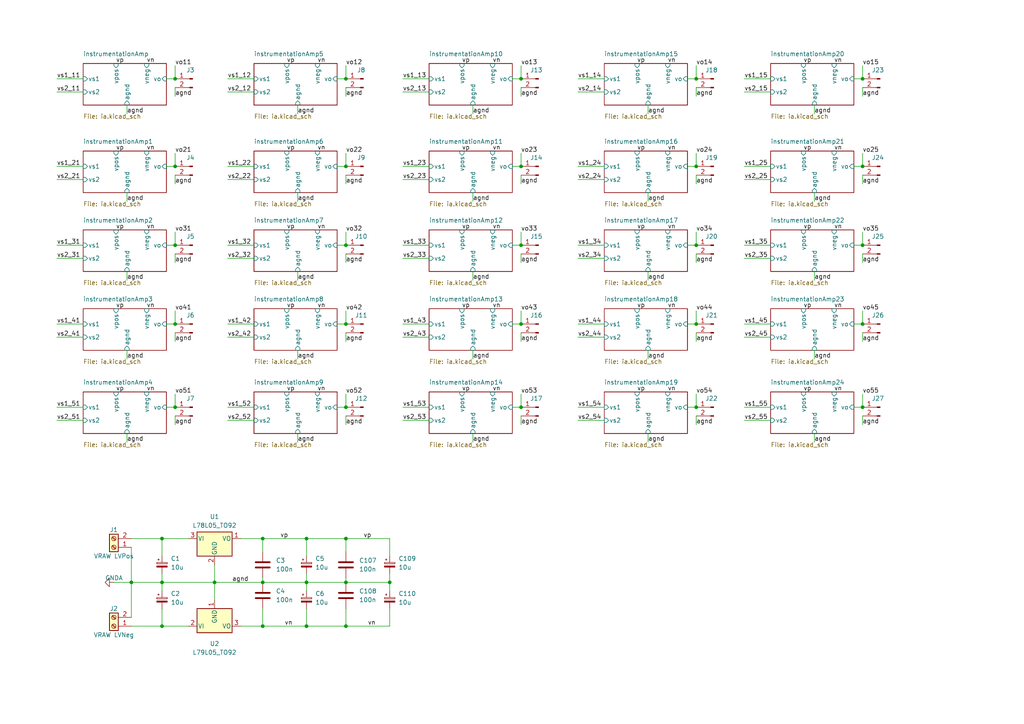
<source format=kicad_sch>
(kicad_sch (version 20250114) (generator "eeschema") (generator_version "9.0")
  (paper "A4")
  (lib_symbols
    (symbol "Connector:Conn_01x02_Pin" (pin_names (offset 1.016) (hide yes))
      (property "Reference" "J" (at 0 2.54 0))
      (property "Value" "Conn_01x02_Pin" (at 0 -5.08 0))
      (symbol "Conn_01x02_Pin_1_1"
        (rectangle (start 0.8636 0.127) (end 0 -0.127) (stroke (width 0.1524)) (fill (type outline)))
        (rectangle (start 0.8636 -2.413) (end 0 -2.667) (stroke (width 0.1524)) (fill (type outline)))
        (polyline (pts (xy 1.27 0) (xy 0.8636 0)) (stroke (width 0.1524)))
        (polyline (pts (xy 1.27 -2.54) (xy 0.8636 -2.54)) (stroke (width 0.1524)))
        (pin passive line (at 5.08 0 180) (length 3.81) (name "Pin_1") (number "1"))
        (pin passive line (at 5.08 -2.54 180) (length 3.81) (name "Pin_2") (number "2"))
      )
    )
    (symbol "Connector:Screw_Terminal_01x02" (pin_names (offset 1.016) (hide yes))
      (property "Reference" "J" (at 0 2.54 0))
      (property "Value" "Screw_Terminal_01x02" (at 0 -5.08 0))
      (symbol "Screw_Terminal_01x02_1_1"
        (rectangle (start -1.27 1.27) (end 1.27 -3.81) (stroke (width 0.254)) (fill (type background)))
        (polyline (pts (xy -0.5334 0.3302) (xy 0.3302 -0.508)) (stroke (width 0.1524)))
        (polyline (pts (xy -0.5334 -2.2098) (xy 0.3302 -3.048)) (stroke (width 0.1524)))
        (polyline (pts (xy -0.3556 0.508) (xy 0.508 -0.3302)) (stroke (width 0.1524)))
        (polyline (pts (xy -0.3556 -2.032) (xy 0.508 -2.8702)) (stroke (width 0.1524)))
        (circle (center 0 0) (radius 0.635) (stroke (width 0.1524)))
        (circle (center 0 -2.54) (radius 0.635) (stroke (width 0.1524)))
        (pin passive line (at -5.08 0 0) (length 3.81) (name "Pin_1") (number "1"))
        (pin passive line (at -5.08 -2.54 0) (length 3.81) (name "Pin_2") (number "2"))
      )
    )
    (symbol "Device:C" (pin_numbers (hide yes)) (pin_names (offset 0.254))
      (property "Reference" "C" (at 0.635 2.54 0))
      (property "Value" "C" (at 0.635 -2.54 0))
      (symbol "C_0_1"
        (polyline (pts (xy -2.032 0.762) (xy 2.032 0.762)) (stroke (width 0.508)))
        (polyline (pts (xy -2.032 -0.762) (xy 2.032 -0.762)) (stroke (width 0.508)))
      )
      (symbol "C_1_1"
        (pin passive line (at 0 3.81 270) (length 2.794) (name "~") (number "1"))
        (pin passive line (at 0 -3.81 90) (length 2.794) (name "~") (number "2"))
      )
    )
    (symbol "Device:C_Polarized_Small" (pin_numbers (hide yes)) (pin_names (offset 0.254) (hide yes))
      (property "Reference" "C" (at 0.254 1.778 0))
      (property "Value" "C_Polarized_Small" (at 0.254 -2.032 0))
      (symbol "C_Polarized_Small_0_1"
        (rectangle (start -1.524 0.6858) (end 1.524 0.3048))
        (rectangle (start -1.524 -0.3048) (end 1.524 -0.6858) (fill (type outline)))
        (polyline (pts (xy -1.27 1.524) (xy -0.762 1.524)))
        (polyline (pts (xy -1.016 1.27) (xy -1.016 1.778)))
      )
      (symbol "C_Polarized_Small_1_1"
        (pin passive line (at 0 2.54 270) (length 1.8542) (name "~") (number "1"))
        (pin passive line (at 0 -2.54 90) (length 1.8542) (name "~") (number "2"))
      )
    )
    (symbol "Regulator_Linear:L78L05_TO92" (pin_names (offset 0.254))
      (property "Reference" "U" (at -3.81 3.175 0))
      (property "Value" "L78L05_TO92" (at 0 3.175 0))
      (symbol "L78L05_TO92_0_1"
        (rectangle (start -5.08 -5.08) (end 5.08 1.905) (stroke (width 0.254)) (fill (type background)))
      )
      (symbol "L78L05_TO92_1_1"
        (pin power_in line (at -7.62 0 0) (length 2.54) (name "VI") (number "3"))
        (pin power_in line (at 0 -7.62 90) (length 2.54) (name "GND") (number "2"))
        (pin power_out line (at 7.62 0 180) (length 2.54) (name "VO") (number "1"))
      )
    )
    (symbol "Regulator_Linear:L79L05_TO92" (pin_names (offset 0.254))
      (property "Reference" "U" (at -3.81 -3.175 0))
      (property "Value" "L79L05_TO92" (at 0 -3.175 0))
      (symbol "L79L05_TO92_0_1"
        (rectangle (start -5.08 5.08) (end 5.08 -1.905) (stroke (width 0.254)) (fill (type background)))
      )
      (symbol "L79L05_TO92_1_1"
        (pin power_in line (at -7.62 0 0) (length 2.54) (name "VI") (number "2"))
        (pin power_in line (at 0 7.62 270) (length 2.54) (name "GND") (number "1"))
        (pin power_out line (at 7.62 0 180) (length 2.54) (name "VO") (number "3"))
      )
    )
    (symbol "power:GNDA" (power) (pin_numbers (hide yes)) (pin_names (offset 0) (hide yes))
      (property "Value" "GNDA" (at 0 -3.81 0))
      (symbol "GNDA_0_1"
        (polyline (pts (xy 0 0) (xy 0 -1.27) (xy 1.27 -1.27) (xy 0 -2.54) (xy -1.27 -1.27) (xy 0 -1.27)))
      )
      (symbol "GNDA_1_1"
        (pin power_in line (at 0 0 270) (length 0) (name "~") (number "1"))
      )
    )
  )
  (junction (at 201.93 22.86))
  (junction (at 151.13 48.26))
  (junction (at 76.2 156.21))
  (junction (at 201.93 48.26))
  (junction (at 46.99 168.91))
  (junction (at 50.8 118.11))
  (junction (at 100.33 168.91))
  (junction (at 250.19 118.11))
  (junction (at 88.9 156.21))
  (junction (at 50.8 71.12))
  (junction (at 100.33 181.61))
  (junction (at 250.19 93.98))
  (junction (at 50.8 93.98))
  (junction (at 151.13 118.11))
  (junction (at 38.1 168.91))
  (junction (at 100.33 93.98))
  (junction (at 100.33 48.26))
  (junction (at 46.99 156.21))
  (junction (at 151.13 22.86))
  (junction (at 250.19 22.86))
  (junction (at 100.33 71.12))
  (junction (at 62.23 168.91))
  (junction (at 151.13 93.98))
  (junction (at 100.33 156.21))
  (junction (at 250.19 71.12))
  (junction (at 46.99 181.61))
  (junction (at 113.03 168.91))
  (junction (at 100.33 118.11))
  (junction (at 88.9 168.91))
  (junction (at 88.9 181.61))
  (junction (at 50.8 48.26))
  (junction (at 201.93 118.11))
  (junction (at 100.33 22.86))
  (junction (at 76.2 168.91))
  (junction (at 151.13 71.12))
  (junction (at 76.2 181.61))
  (junction (at 250.19 48.26))
  (junction (at 201.93 93.98))
  (junction (at 201.93 71.12))
  (junction (at 50.8 22.86))
  (wire (pts (xy 46.99 176.53) (xy 46.99 181.61)))
  (wire (pts (xy 201.93 99.06) (xy 201.93 96.52)))
  (wire (pts (xy 148.59 22.86) (xy 151.13 22.86)))
  (wire (pts (xy 201.93 90.17) (xy 201.93 93.98)))
  (wire (pts (xy 50.8 123.19) (xy 50.8 120.65)))
  (wire (pts (xy 100.33 181.61) (xy 113.03 181.61)))
  (wire (pts (xy 236.22 58.42) (xy 236.22 55.88)))
  (wire (pts (xy 151.13 53.34) (xy 151.13 50.8)))
  (wire (pts (xy 167.64 97.79) (xy 175.26 97.79)))
  (wire (pts (xy 86.36 104.14) (xy 86.36 101.6)))
  (wire (pts (xy 236.22 128.27) (xy 236.22 125.73)))
  (wire (pts (xy 199.39 48.26) (xy 201.93 48.26)))
  (wire (pts (xy 100.33 53.34) (xy 100.33 50.8)))
  (wire (pts (xy 66.04 26.67) (xy 73.66 26.67)))
  (wire (pts (xy 97.79 118.11) (xy 100.33 118.11)))
  (wire (pts (xy 215.9 121.92) (xy 223.52 121.92)))
  (wire (pts (xy 76.2 156.21) (xy 76.2 160.02)))
  (wire (pts (xy 250.19 27.94) (xy 250.19 25.4)))
  (wire (pts (xy 62.23 168.91) (xy 76.2 168.91)))
  (wire (pts (xy 16.51 97.79) (xy 24.13 97.79)))
  (wire (pts (xy 46.99 168.91) (xy 46.99 171.45)))
  (wire (pts (xy 247.65 93.98) (xy 250.19 93.98)))
  (wire (pts (xy 62.23 168.91) (xy 62.23 173.99)))
  (wire (pts (xy 100.33 76.2) (xy 100.33 73.66)))
  (wire (pts (xy 50.8 27.94) (xy 50.8 25.4)))
  (wire (pts (xy 250.19 123.19) (xy 250.19 120.65)))
  (wire (pts (xy 50.8 53.34) (xy 50.8 50.8)))
  (wire (pts (xy 167.64 74.93) (xy 175.26 74.93)))
  (wire (pts (xy 215.9 74.93) (xy 223.52 74.93)))
  (wire (pts (xy 86.36 81.28) (xy 86.36 78.74)))
  (wire (pts (xy 50.8 67.31) (xy 50.8 71.12)))
  (wire (pts (xy 137.16 128.27) (xy 137.16 125.73)))
  (wire (pts (xy 167.64 118.11) (xy 175.26 118.11)))
  (wire (pts (xy 151.13 114.3) (xy 151.13 118.11)))
  (wire (pts (xy 86.36 58.42) (xy 86.36 55.88)))
  (wire (pts (xy 50.8 99.06) (xy 50.8 96.52)))
  (wire (pts (xy 250.19 76.2) (xy 250.19 73.66)))
  (wire (pts (xy 88.9 156.21) (xy 76.2 156.21)))
  (wire (pts (xy 247.65 118.11) (xy 250.19 118.11)))
  (wire (pts (xy 167.64 22.86) (xy 175.26 22.86)))
  (wire (pts (xy 86.36 128.27) (xy 86.36 125.73)))
  (wire (pts (xy 215.9 118.11) (xy 223.52 118.11)))
  (wire (pts (xy 100.33 19.05) (xy 100.33 22.86)))
  (wire (pts (xy 16.51 26.67) (xy 24.13 26.67)))
  (wire (pts (xy 199.39 93.98) (xy 201.93 93.98)))
  (wire (pts (xy 100.33 67.31) (xy 100.33 71.12)))
  (wire (pts (xy 66.04 93.98) (xy 73.66 93.98)))
  (wire (pts (xy 76.2 181.61) (xy 88.9 181.61)))
  (wire (pts (xy 250.19 44.45) (xy 250.19 48.26)))
  (wire (pts (xy 187.96 128.27) (xy 187.96 125.73)))
  (wire (pts (xy 215.9 22.86) (xy 223.52 22.86)))
  (wire (pts (xy 66.04 22.86) (xy 73.66 22.86)))
  (wire (pts (xy 66.04 74.93) (xy 73.66 74.93)))
  (wire (pts (xy 187.96 58.42) (xy 187.96 55.88)))
  (wire (pts (xy 16.51 48.26) (xy 24.13 48.26)))
  (wire (pts (xy 116.84 118.11) (xy 124.46 118.11)))
  (wire (pts (xy 16.51 74.93) (xy 24.13 74.93)))
  (wire (pts (xy 116.84 97.79) (xy 124.46 97.79)))
  (wire (pts (xy 100.33 27.94) (xy 100.33 25.4)))
  (wire (pts (xy 50.8 90.17) (xy 50.8 93.98)))
  (wire (pts (xy 137.16 104.14) (xy 137.16 101.6)))
  (wire (pts (xy 116.84 71.12) (xy 124.46 71.12)))
  (wire (pts (xy 250.19 114.3) (xy 250.19 118.11)))
  (wire (pts (xy 100.33 176.53) (xy 100.33 181.61)))
  (wire (pts (xy 201.93 123.19) (xy 201.93 120.65)))
  (wire (pts (xy 88.9 168.91) (xy 88.9 171.45)))
  (wire (pts (xy 48.26 22.86) (xy 50.8 22.86)))
  (wire (pts (xy 199.39 22.86) (xy 201.93 22.86)))
  (wire (pts (xy 88.9 168.91) (xy 100.33 168.91)))
  (wire (pts (xy 36.83 81.28) (xy 36.83 78.74)))
  (wire (pts (xy 66.04 71.12) (xy 73.66 71.12)))
  (wire (pts (xy 86.36 33.02) (xy 86.36 30.48)))
  (wire (pts (xy 100.33 114.3) (xy 100.33 118.11)))
  (wire (pts (xy 250.19 90.17) (xy 250.19 93.98)))
  (wire (pts (xy 113.03 156.21) (xy 100.33 156.21)))
  (wire (pts (xy 76.2 176.53) (xy 76.2 181.61)))
  (wire (pts (xy 215.9 71.12) (xy 223.52 71.12)))
  (wire (pts (xy 148.59 71.12) (xy 151.13 71.12)))
  (wire (pts (xy 151.13 44.45) (xy 151.13 48.26)))
  (wire (pts (xy 16.51 118.11) (xy 24.13 118.11)))
  (wire (pts (xy 137.16 33.02) (xy 137.16 30.48)))
  (wire (pts (xy 100.33 168.91) (xy 113.03 168.91)))
  (wire (pts (xy 48.26 48.26) (xy 50.8 48.26)))
  (wire (pts (xy 36.83 104.14) (xy 36.83 101.6)))
  (wire (pts (xy 187.96 33.02) (xy 187.96 30.48)))
  (wire (pts (xy 250.19 99.06) (xy 250.19 96.52)))
  (wire (pts (xy 215.9 52.07) (xy 223.52 52.07)))
  (wire (pts (xy 151.13 123.19) (xy 151.13 120.65)))
  (wire (pts (xy 151.13 76.2) (xy 151.13 73.66)))
  (wire (pts (xy 201.93 27.94) (xy 201.93 25.4)))
  (wire (pts (xy 247.65 22.86) (xy 250.19 22.86)))
  (wire (pts (xy 167.64 121.92) (xy 175.26 121.92)))
  (wire (pts (xy 16.51 71.12) (xy 24.13 71.12)))
  (wire (pts (xy 16.51 22.86) (xy 24.13 22.86)))
  (wire (pts (xy 215.9 26.67) (xy 223.52 26.67)))
  (wire (pts (xy 201.93 67.31) (xy 201.93 71.12)))
  (wire (pts (xy 201.93 19.05) (xy 201.93 22.86)))
  (wire (pts (xy 100.33 99.06) (xy 100.33 96.52)))
  (wire (pts (xy 76.2 168.91) (xy 76.2 167.64)))
  (wire (pts (xy 38.1 156.21) (xy 46.99 156.21)))
  (wire (pts (xy 116.84 93.98) (xy 124.46 93.98)))
  (wire (pts (xy 38.1 181.61) (xy 46.99 181.61)))
  (wire (pts (xy 46.99 156.21) (xy 46.99 161.29)))
  (wire (pts (xy 88.9 176.53) (xy 88.9 181.61)))
  (wire (pts (xy 66.04 97.79) (xy 73.66 97.79)))
  (wire (pts (xy 97.79 48.26) (xy 100.33 48.26)))
  (wire (pts (xy 250.19 19.05) (xy 250.19 22.86)))
  (wire (pts (xy 250.19 53.34) (xy 250.19 50.8)))
  (wire (pts (xy 66.04 52.07) (xy 73.66 52.07)))
  (wire (pts (xy 116.84 74.93) (xy 124.46 74.93)))
  (wire (pts (xy 215.9 97.79) (xy 223.52 97.79)))
  (wire (pts (xy 97.79 71.12) (xy 100.33 71.12)))
  (wire (pts (xy 116.84 121.92) (xy 124.46 121.92)))
  (wire (pts (xy 199.39 118.11) (xy 201.93 118.11)))
  (wire (pts (xy 50.8 76.2) (xy 50.8 73.66)))
  (wire (pts (xy 148.59 48.26) (xy 151.13 48.26)))
  (wire (pts (xy 151.13 90.17) (xy 151.13 93.98)))
  (wire (pts (xy 100.33 168.91) (xy 100.33 167.64)))
  (wire (pts (xy 50.8 44.45) (xy 50.8 48.26)))
  (wire (pts (xy 113.03 166.37) (xy 113.03 168.91)))
  (wire (pts (xy 247.65 48.26) (xy 250.19 48.26)))
  (wire (pts (xy 137.16 58.42) (xy 137.16 55.88)))
  (wire (pts (xy 62.23 163.83) (xy 62.23 168.91)))
  (wire (pts (xy 201.93 76.2) (xy 201.93 73.66)))
  (wire (pts (xy 38.1 158.75) (xy 38.1 168.91)))
  (wire (pts (xy 250.19 67.31) (xy 250.19 71.12)))
  (wire (pts (xy 76.2 168.91) (xy 88.9 168.91)))
  (wire (pts (xy 100.33 156.21) (xy 100.33 160.02)))
  (wire (pts (xy 116.84 48.26) (xy 124.46 48.26)))
  (wire (pts (xy 137.16 81.28) (xy 137.16 78.74)))
  (wire (pts (xy 66.04 118.11) (xy 73.66 118.11)))
  (wire (pts (xy 187.96 104.14) (xy 187.96 101.6)))
  (wire (pts (xy 167.64 26.67) (xy 175.26 26.67)))
  (wire (pts (xy 46.99 166.37) (xy 46.99 168.91)))
  (wire (pts (xy 38.1 168.91) (xy 38.1 179.07)))
  (wire (pts (xy 167.64 71.12) (xy 175.26 71.12)))
  (wire (pts (xy 151.13 27.94) (xy 151.13 25.4)))
  (wire (pts (xy 88.9 166.37) (xy 88.9 168.91)))
  (wire (pts (xy 236.22 33.02) (xy 236.22 30.48)))
  (wire (pts (xy 36.83 33.02) (xy 36.83 30.48)))
  (wire (pts (xy 50.8 19.05) (xy 50.8 22.86)))
  (wire (pts (xy 100.33 123.19) (xy 100.33 120.65)))
  (wire (pts (xy 167.64 48.26) (xy 175.26 48.26)))
  (wire (pts (xy 247.65 71.12) (xy 250.19 71.12)))
  (wire (pts (xy 236.22 81.28) (xy 236.22 78.74)))
  (wire (pts (xy 76.2 156.21) (xy 69.85 156.21)))
  (wire (pts (xy 88.9 156.21) (xy 100.33 156.21)))
  (wire (pts (xy 167.64 52.07) (xy 175.26 52.07)))
  (wire (pts (xy 116.84 26.67) (xy 124.46 26.67)))
  (wire (pts (xy 16.51 93.98) (xy 24.13 93.98)))
  (wire (pts (xy 16.51 52.07) (xy 24.13 52.07)))
  (wire (pts (xy 36.83 128.27) (xy 36.83 125.73)))
  (wire (pts (xy 46.99 181.61) (xy 54.61 181.61)))
  (wire (pts (xy 88.9 161.29) (xy 88.9 156.21)))
  (wire (pts (xy 148.59 118.11) (xy 151.13 118.11)))
  (wire (pts (xy 113.03 176.53) (xy 113.03 181.61)))
  (wire (pts (xy 66.04 121.92) (xy 73.66 121.92)))
  (wire (pts (xy 236.22 104.14) (xy 236.22 101.6)))
  (wire (pts (xy 69.85 181.61) (xy 76.2 181.61)))
  (wire (pts (xy 50.8 114.3) (xy 50.8 118.11)))
  (wire (pts (xy 97.79 93.98) (xy 100.33 93.98)))
  (wire (pts (xy 16.51 121.92) (xy 24.13 121.92)))
  (wire (pts (xy 151.13 67.31) (xy 151.13 71.12)))
  (wire (pts (xy 151.13 99.06) (xy 151.13 96.52)))
  (wire (pts (xy 38.1 168.91) (xy 46.99 168.91)))
  (wire (pts (xy 215.9 48.26) (xy 223.52 48.26)))
  (wire (pts (xy 33.02 168.91) (xy 38.1 168.91)))
  (wire (pts (xy 167.64 93.98) (xy 175.26 93.98)))
  (wire (pts (xy 201.93 53.34) (xy 201.93 50.8)))
  (wire (pts (xy 66.04 48.26) (xy 73.66 48.26)))
  (wire (pts (xy 100.33 90.17) (xy 100.33 93.98)))
  (wire (pts (xy 116.84 52.07) (xy 124.46 52.07)))
  (wire (pts (xy 187.96 81.28) (xy 187.96 78.74)))
  (wire (pts (xy 97.79 22.86) (xy 100.33 22.86)))
  (wire (pts (xy 88.9 181.61) (xy 100.33 181.61)))
  (wire (pts (xy 36.83 58.42) (xy 36.83 55.88)))
  (wire (pts (xy 48.26 118.11) (xy 50.8 118.11)))
  (wire (pts (xy 148.59 93.98) (xy 151.13 93.98)))
  (wire (pts (xy 113.03 168.91) (xy 113.03 171.45)))
  (wire (pts (xy 199.39 71.12) (xy 201.93 71.12)))
  (wire (pts (xy 116.84 22.86) (xy 124.46 22.86)))
  (wire (pts (xy 215.9 93.98) (xy 223.52 93.98)))
  (wire (pts (xy 201.93 44.45) (xy 201.93 48.26)))
  (wire (pts (xy 151.13 19.05) (xy 151.13 22.86)))
  (wire (pts (xy 113.03 161.29) (xy 113.03 156.21)))
  (wire (pts (xy 48.26 71.12) (xy 50.8 71.12)))
  (wire (pts (xy 46.99 156.21) (xy 54.61 156.21)))
  (wire (pts (xy 201.93 114.3) (xy 201.93 118.11)))
  (wire (pts (xy 100.33 44.45) (xy 100.33 48.26)))
  (wire (pts (xy 48.26 93.98) (xy 50.8 93.98)))
  (wire (pts (xy 46.99 168.91) (xy 62.23 168.91)))
  (label "agnd" (at 100.33 53.34 0))
  (label "vo24" (at 201.93 44.45 0))
  (label "vs2_21" (at 16.51 52.07 0))
  (label "vp" (at 184.785 113.665 0))
  (label "agnd" (at 50.8 123.19 0))
  (label "vp" (at 133.985 18.415 0))
  (label "agnd" (at 250.19 53.34 0))
  (label "vp" (at 105.41 156.21 0))
  (label "vn" (at 42.545 18.415 0))
  (label "agnd" (at 50.8 53.34 0))
  (label "vn" (at 42.545 43.815 0))
  (label "vp" (at 133.985 43.815 0))
  (label "vs1_11" (at 16.51 22.86 0))
  (label "agnd" (at 100.33 123.19 0))
  (label "vs1_14" (at 167.64 22.86 0))
  (label "vs2_11" (at 16.51 26.67 0))
  (label "vs2_51" (at 16.51 121.92 0))
  (label "agnd" (at 236.22 104.14 0))
  (label "agnd" (at 86.36 81.28 0))
  (label "vn" (at 241.935 66.675 0))
  (label "vp" (at 33.655 113.665 0))
  (label "vs1_42" (at 66.04 93.98 0))
  (label "vo51" (at 50.8 114.3 0))
  (label "agnd" (at 151.13 27.94 0))
  (label "vp" (at 233.045 18.415 0))
  (label "vn" (at 82.55 181.61 0))
  (label "agnd" (at 187.96 104.14 0))
  (label "agnd" (at 50.8 99.06 0))
  (label "vs1_43" (at 116.84 93.98 0))
  (label "vs1_31" (at 16.51 71.12 0))
  (label "vo12" (at 100.33 19.05 0))
  (label "agnd" (at 236.22 58.42 0))
  (label "vs1_21" (at 16.51 48.26 0))
  (label "agnd" (at 250.19 76.2 0))
  (label "agnd" (at 151.13 123.19 0))
  (label "vs1_33" (at 116.84 71.12 0))
  (label "vs1_35" (at 215.9 71.12 0))
  (label "vp" (at 83.185 18.415 0))
  (label "vn" (at 142.875 66.675 0))
  (label "vp" (at 133.985 89.535 0))
  (label "vp" (at 33.655 43.815 0))
  (label "vs2_52" (at 66.04 121.92 0))
  (label "agnd" (at 86.36 104.14 0))
  (label "vo13" (at 151.13 19.05 0))
  (label "vn" (at 193.675 66.675 0))
  (label "vp" (at 233.045 89.535 0))
  (label "vp" (at 83.185 43.815 0))
  (label "vo25" (at 250.19 44.45 0))
  (label "vs1_32" (at 66.04 71.12 0))
  (label "vs1_23" (at 116.84 48.26 0))
  (label "agnd" (at 137.16 58.42 0))
  (label "vn" (at 193.675 18.415 0))
  (label "vs2_42" (at 66.04 97.79 0))
  (label "vo34" (at 201.93 67.31 0))
  (label "vp" (at 33.655 18.415 0))
  (label "vs2_41" (at 16.51 97.79 0))
  (label "vp" (at 233.045 66.675 0))
  (label "vn" (at 106.68 181.61 0))
  (label "vo33" (at 151.13 67.31 0))
  (label "vp" (at 33.655 66.675 0))
  (label "agnd" (at 201.93 123.19 0))
  (label "vn" (at 42.545 113.665 0))
  (label "vo45" (at 250.19 90.17 0))
  (label "vp" (at 233.045 113.665 0))
  (label "agnd" (at 36.83 128.27 0))
  (label "vs1_12" (at 66.04 22.86 0))
  (label "vn" (at 241.935 89.535 0))
  (label "vs2_22" (at 66.04 52.07 0))
  (label "agnd" (at 137.16 81.28 0))
  (label "vs1_34" (at 167.64 71.12 0))
  (label "vs2_34" (at 167.64 74.93 0))
  (label "vp" (at 184.785 89.535 0))
  (label "vn" (at 92.075 113.665 0))
  (label "vs1_22" (at 66.04 48.26 0))
  (label "vn" (at 193.675 113.665 0))
  (label "vp" (at 184.785 18.415 0))
  (label "vs1_13" (at 116.84 22.86 0))
  (label "vn" (at 142.875 43.815 0))
  (label "vo41" (at 50.8 90.17 0))
  (label "vs2_23" (at 116.84 52.07 0))
  (label "vn" (at 241.935 43.815 0))
  (label "vp" (at 133.985 113.665 0))
  (label "vo55" (at 250.19 114.3 0))
  (label "agnd" (at 36.83 33.02 0))
  (label "vs1_15" (at 215.9 22.86 0))
  (label "agnd" (at 36.83 81.28 0))
  (label "vn" (at 92.075 89.535 0))
  (label "vo42" (at 100.33 90.17 0))
  (label "vp" (at 83.185 66.675 0))
  (label "vs2_13" (at 116.84 26.67 0))
  (label "vs2_54" (at 167.64 121.92 0))
  (label "vn" (at 92.075 18.415 0))
  (label "agnd" (at 137.16 104.14 0))
  (label "agnd" (at 236.22 81.28 0))
  (label "agnd" (at 67.31 168.91 0))
  (label "agnd" (at 201.93 76.2 0))
  (label "vs2_32" (at 66.04 74.93 0))
  (label "vn" (at 241.935 113.665 0))
  (label "vo22" (at 100.33 44.45 0))
  (label "agnd" (at 137.16 128.27 0))
  (label "agnd" (at 36.83 104.14 0))
  (label "agnd" (at 187.96 128.27 0))
  (label "vs1_52" (at 66.04 118.11 0))
  (label "agnd" (at 100.33 76.2 0))
  (label "vs2_44" (at 167.64 97.79 0))
  (label "agnd" (at 137.16 33.02 0))
  (label "agnd" (at 236.22 33.02 0))
  (label "vn" (at 193.675 89.535 0))
  (label "vs2_33" (at 116.84 74.93 0))
  (label "vs2_35" (at 215.9 74.93 0))
  (label "vs2_43" (at 116.84 97.79 0))
  (label "vo44" (at 201.93 90.17 0))
  (label "agnd" (at 86.36 128.27 0))
  (label "agnd" (at 250.19 99.06 0))
  (label "vo21" (at 50.8 44.45 0))
  (label "vs1_25" (at 215.9 48.26 0))
  (label "vn" (at 92.075 66.675 0))
  (label "vp" (at 233.045 43.815 0))
  (label "agnd" (at 250.19 123.19 0))
  (label "agnd" (at 86.36 58.42 0))
  (label "agnd" (at 86.36 33.02 0))
  (label "vs2_15" (at 215.9 26.67 0))
  (label "agnd" (at 187.96 58.42 0))
  (label "agnd" (at 36.83 58.42 0))
  (label "vs1_41" (at 16.51 93.98 0))
  (label "vn" (at 142.875 113.665 0))
  (label "vo43" (at 151.13 90.17 0))
  (label "vo53" (at 151.13 114.3 0))
  (label "agnd" (at 187.96 33.02 0))
  (label "agnd" (at 50.8 27.94 0))
  (label "agnd" (at 151.13 76.2 0))
  (label "vs1_55" (at 215.9 118.11 0))
  (label "vn" (at 193.675 43.815 0))
  (label "vn" (at 142.875 89.535 0))
  (label "vp" (at 83.185 113.665 0))
  (label "vo52" (at 100.33 114.3 0))
  (label "vo54" (at 201.93 114.3 0))
  (label "vs2_31" (at 16.51 74.93 0))
  (label "vo14" (at 201.93 19.05 0))
  (label "vs1_54" (at 167.64 118.11 0))
  (label "agnd" (at 201.93 99.06 0))
  (label "agnd" (at 151.13 53.34 0))
  (label "vn" (at 42.545 89.535 0))
  (label "vo31" (at 50.8 67.31 0))
  (label "vs1_53" (at 116.84 118.11 0))
  (label "agnd" (at 236.22 128.27 0))
  (label "vn" (at 241.935 18.415 0))
  (label "agnd" (at 201.93 27.94 0))
  (label "agnd" (at 187.96 81.28 0))
  (label "vs2_45" (at 215.9 97.79 0))
  (label "vs1_51" (at 16.51 118.11 0))
  (label "vp" (at 33.655 89.535 0))
  (label "agnd" (at 151.13 99.06 0))
  (label "vo11" (at 50.8 19.05 0))
  (label "vp" (at 133.985 66.675 0))
  (label "vs2_24" (at 167.64 52.07 0))
  (label "vp" (at 81.28 156.21 0))
  (label "vo23" (at 151.13 44.45 0))
  (label "vs2_14" (at 167.64 26.67 0))
  (label "vs2_55" (at 215.9 121.92 0))
  (label "vs1_44" (at 167.64 93.98 0))
  (label "vo15" (at 250.19 19.05 0))
  (label "agnd" (at 100.33 99.06 0))
  (label "vs1_45" (at 215.9 93.98 0))
  (label "vo32" (at 100.33 67.31 0))
  (label "vn" (at 92.075 43.815 0))
  (label "vo35" (at 250.19 67.31 0))
  (label "agnd" (at 250.19 27.94 0))
  (label "vs1_24" (at 167.64 48.26 0))
  (label "agnd" (at 201.93 53.34 0))
  (label "vs2_53" (at 116.84 121.92 0))
  (label "vs2_25" (at 215.9 52.07 0))
  (label "agnd" (at 100.33 27.94 0))
  (label "vp" (at 83.185 89.535 0))
  (label "vp" (at 184.785 43.815 0))
  (label "agnd" (at 50.8 76.2 0))
  (label "vn" (at 142.875 18.415 0))
  (label "vs2_12" (at 66.04 26.67 0))
  (label "vp" (at 184.785 66.675 0))
  (label "vn" (at 42.545 66.675 0))
  (symbol (lib_id "Connector:Conn_01x02_Pin") (at 55.88 71.12 0) (mirror y) (unit 1)
    (property "Reference" "J5" (at 55.245 68.58 0))
    (property "Value" "Conn_01x02_Pin" (effects (hide yes)))
    (property "Footprint" "Connector_PinHeader_2.00mm:PinHeader_1x02_P2.00mm_Vertical" (effects (hide yes)))
    (property "Description" "Generic connector, single row, 01x02, script generated" (effects (hide yes)))
  )
  (symbol (lib_id "Device:C_Polarized_Small") (at 113.03 163.83 0) (unit 1)
    (property "Reference" "C109" (at 115.57 162.0138 0) (effects (justify left)))
    (property "Value" "10u" (at 115.57 164.5538 0) (effects (justify left)))
    (property "Footprint" "Capacitor_SMD:CP_Elec_4x4.5" (effects (hide yes)))
    (property "Description" "Polarized capacitor, small symbol" (effects (hide yes)))
  )
  (symbol (lib_id "Connector:Conn_01x02_Pin") (at 105.41 118.11 0) (mirror y) (unit 1)
    (property "Reference" "J12" (at 104.775 115.57 0))
    (property "Value" "Conn_01x02_Pin" (effects (hide yes)))
    (property "Footprint" "Connector_PinHeader_2.00mm:PinHeader_1x02_P2.00mm_Vertical" (effects (hide yes)))
    (property "Description" "Generic connector, single row, 01x02, script generated" (effects (hide yes)))
  )
  (symbol (lib_id "Connector:Conn_01x02_Pin") (at 156.21 118.11 0) (mirror y) (unit 1)
    (property "Reference" "J17" (at 155.575 115.57 0))
    (property "Value" "Conn_01x02_Pin" (effects (hide yes)))
    (property "Footprint" "Connector_PinHeader_2.00mm:PinHeader_1x02_P2.00mm_Vertical" (effects (hide yes)))
    (property "Description" "Generic connector, single row, 01x02, script generated" (effects (hide yes)))
  )
  (symbol (lib_id "Device:C_Polarized_Small") (at 113.03 173.99 0) (unit 1)
    (property "Reference" "C110" (at 115.57 172.1738 0) (effects (justify left)))
    (property "Value" "10u" (at 115.57 174.7138 0) (effects (justify left)))
    (property "Footprint" "Capacitor_SMD:CP_Elec_4x4.5" (effects (hide yes)))
    (property "Description" "Polarized capacitor, small symbol" (effects (hide yes)))
  )
  (symbol (lib_id "Connector:Conn_01x02_Pin") (at 55.88 22.86 0) (mirror y) (unit 1)
    (property "Reference" "J3" (at 55.245 20.32 0))
    (property "Value" "Conn_01x02_Pin" (effects (hide yes)))
    (property "Footprint" "Connector_PinHeader_2.00mm:PinHeader_1x02_P2.00mm_Vertical" (effects (hide yes)))
    (property "Description" "Generic connector, single row, 01x02, script generated" (effects (hide yes)))
  )
  (symbol (lib_id "Device:C") (at 76.2 163.83 180) (unit 1)
    (property "Reference" "C3" (at 80.01 162.5599 0) (effects (justify right)))
    (property "Value" "100n" (at 80.01 165.0999 0) (effects (justify right)))
    (property "Footprint" "Capacitor_SMD:C_0805_2012Metric" (effects (hide yes)))
    (property "Description" "Unpolarized capacitor" (effects (hide yes)))
  )
  (symbol (lib_id "Regulator_Linear:L79L05_TO92") (at 62.23 181.61 0) (unit 1)
    (property "Reference" "U2" (at 62.23 186.69 0))
    (property "Value" "L79L05_TO92" (at 62.23 189.23 0))
    (property "Footprint" "Package_TO_SOT_THT:TO-92_Inline" (effects (hide yes)))
    (property "Datasheet" "http://www.farnell.com/datasheets/1827870.pdf" (effects (hide yes)))
    (property "Description" "Negative 100mA -30V Linear Regulator, Fixed Output -5V, TO-92" (effects (hide yes)))
  )
  (symbol (lib_id "Regulator_Linear:L78L05_TO92") (at 62.23 156.21 0) (unit 1)
    (property "Reference" "U1" (at 62.23 149.86 0))
    (property "Value" "L78L05_TO92" (at 62.23 152.4 0))
    (property "Footprint" "Package_TO_SOT_THT:TO-92_Inline" (effects (hide yes)))
    (property "Datasheet" "http://www.st.com/content/ccc/resource/technical/document/datasheet/15/55/e5/aa/23/5b/43/fd/CD00000446.pdf/files/CD00000446.pdf/jcr:content/translations/en.CD00000446.pdf" (effects (hide yes)))
    (property "Description" "Positive 100mA 30V Linear Regulator, Fixed Output 5V, TO-92" (effects (hide yes)))
  )
  (symbol (lib_id "Connector:Conn_01x02_Pin") (at 105.41 22.86 0) (mirror y) (unit 1)
    (property "Reference" "J8" (at 104.775 20.32 0))
    (property "Value" "Conn_01x02_Pin" (effects (hide yes)))
    (property "Footprint" "Connector_PinHeader_2.00mm:PinHeader_1x02_P2.00mm_Vertical" (effects (hide yes)))
    (property "Description" "Generic connector, single row, 01x02, script generated" (effects (hide yes)))
  )
  (symbol (lib_id "Device:C_Polarized_Small") (at 88.9 173.99 0) (unit 1)
    (property "Reference" "C6" (at 91.44 172.1738 0) (effects (justify left)))
    (property "Value" "10u" (at 91.44 174.7138 0) (effects (justify left)))
    (property "Footprint" "Capacitor_SMD:CP_Elec_4x4.5" (effects (hide yes)))
    (property "Description" "Polarized capacitor, small symbol" (effects (hide yes)))
  )
  (symbol (lib_id "Connector:Conn_01x02_Pin") (at 55.88 93.98 0) (mirror y) (unit 1)
    (property "Reference" "J6" (at 55.245 91.44 0))
    (property "Value" "Conn_01x02_Pin" (effects (hide yes)))
    (property "Footprint" "Connector_PinHeader_2.00mm:PinHeader_1x02_P2.00mm_Vertical" (effects (hide yes)))
    (property "Description" "Generic connector, single row, 01x02, script generated" (effects (hide yes)))
  )
  (symbol (lib_id "Connector:Conn_01x02_Pin") (at 55.88 48.26 0) (mirror y) (unit 1)
    (property "Reference" "J4" (at 55.245 45.72 0))
    (property "Value" "Conn_01x02_Pin" (effects (hide yes)))
    (property "Footprint" "Connector_PinHeader_2.00mm:PinHeader_1x02_P2.00mm_Vertical" (effects (hide yes)))
    (property "Description" "Generic connector, single row, 01x02, script generated" (effects (hide yes)))
  )
  (symbol (lib_id "Device:C") (at 100.33 172.72 0) (unit 1)
    (property "Reference" "C108" (at 104.14 171.4499 0) (effects (justify left)))
    (property "Value" "100n" (at 104.14 173.9899 0) (effects (justify left)))
    (property "Footprint" "Capacitor_SMD:C_0805_2012Metric" (effects (hide yes)))
    (property "Description" "Unpolarized capacitor" (effects (hide yes)))
  )
  (symbol (lib_id "Connector:Conn_01x02_Pin") (at 207.01 71.12 0) (mirror y) (unit 1)
    (property "Reference" "J20" (at 206.375 68.58 0))
    (property "Value" "Conn_01x02_Pin" (effects (hide yes)))
    (property "Footprint" "Connector_PinHeader_2.00mm:PinHeader_1x02_P2.00mm_Vertical" (effects (hide yes)))
    (property "Description" "Generic connector, single row, 01x02, script generated" (effects (hide yes)))
  )
  (symbol (lib_id "Connector:Conn_01x02_Pin") (at 207.01 22.86 0) (mirror y) (unit 1)
    (property "Reference" "J18" (at 206.375 20.32 0))
    (property "Value" "Conn_01x02_Pin" (effects (hide yes)))
    (property "Footprint" "Connector_PinHeader_2.00mm:PinHeader_1x02_P2.00mm_Vertical" (effects (hide yes)))
    (property "Description" "Generic connector, single row, 01x02, script generated" (effects (hide yes)))
  )
  (symbol (lib_id "Connector:Conn_01x02_Pin") (at 156.21 48.26 0) (mirror y) (unit 1)
    (property "Reference" "J14" (at 155.575 45.72 0))
    (property "Value" "Conn_01x02_Pin" (effects (hide yes)))
    (property "Footprint" "Connector_PinHeader_2.00mm:PinHeader_1x02_P2.00mm_Vertical" (effects (hide yes)))
    (property "Description" "Generic connector, single row, 01x02, script generated" (effects (hide yes)))
  )
  (symbol (lib_id "Connector:Screw_Terminal_01x02") (at 33.02 158.75 180) (unit 1)
    (property "Reference" "J1" (at 33.02 153.67 0))
    (property "Value" "VRAW LVPos" (at 33.02 161.29 0))
    (property "Footprint" "TerminalBlock:TerminalBlock_bornier-2_P5.08mm" (effects (hide yes)))
    (property "Description" "Generic screw terminal, single row, 01x02, script generated (kicad-library-utils/schlib/autogen/connector/)" (effects (hide yes)))
  )
  (symbol (lib_id "Device:C_Polarized_Small") (at 46.99 163.83 0) (unit 1)
    (property "Reference" "C1" (at 49.53 162.0138 0) (effects (justify left)))
    (property "Value" "10u" (at 49.53 164.5538 0) (effects (justify left)))
    (property "Footprint" "Capacitor_SMD:CP_Elec_4x4.5" (effects (hide yes)))
    (property "Description" "Polarized capacitor, small symbol" (effects (hide yes)))
  )
  (symbol (lib_id "Connector:Conn_01x02_Pin") (at 255.27 71.12 0) (mirror y) (unit 1)
    (property "Reference" "J25" (at 254.635 68.58 0))
    (property "Value" "Conn_01x02_Pin" (effects (hide yes)))
    (property "Footprint" "Connector_PinHeader_2.00mm:PinHeader_1x02_P2.00mm_Vertical" (effects (hide yes)))
    (property "Description" "Generic connector, single row, 01x02, script generated" (effects (hide yes)))
  )
  (symbol (lib_id "Connector:Conn_01x02_Pin") (at 207.01 93.98 0) (mirror y) (unit 1)
    (property "Reference" "J21" (at 206.375 91.44 0))
    (property "Value" "Conn_01x02_Pin" (effects (hide yes)))
    (property "Footprint" "Connector_PinHeader_2.00mm:PinHeader_1x02_P2.00mm_Vertical" (effects (hide yes)))
    (property "Description" "Generic connector, single row, 01x02, script generated" (effects (hide yes)))
  )
  (symbol (lib_id "Device:C_Polarized_Small") (at 88.9 163.83 0) (unit 1)
    (property "Reference" "C5" (at 91.44 162.0138 0) (effects (justify left)))
    (property "Value" "10u" (at 91.44 164.5538 0) (effects (justify left)))
    (property "Footprint" "Capacitor_SMD:CP_Elec_4x4.5" (effects (hide yes)))
    (property "Description" "Polarized capacitor, small symbol" (effects (hide yes)))
  )
  (symbol (lib_id "Connector:Conn_01x02_Pin") (at 255.27 48.26 0) (mirror y) (unit 1)
    (property "Reference" "J24" (at 254.635 45.72 0))
    (property "Value" "Conn_01x02_Pin" (effects (hide yes)))
    (property "Footprint" "Connector_PinHeader_2.00mm:PinHeader_1x02_P2.00mm_Vertical" (effects (hide yes)))
    (property "Description" "Generic connector, single row, 01x02, script generated" (effects (hide yes)))
  )
  (symbol (lib_id "Device:C_Polarized_Small") (at 46.99 173.99 0) (unit 1)
    (property "Reference" "C2" (at 49.53 172.1738 0) (effects (justify left)))
    (property "Value" "10u" (at 49.53 174.7138 0) (effects (justify left)))
    (property "Footprint" "Capacitor_SMD:CP_Elec_4x4.5" (effects (hide yes)))
    (property "Description" "Polarized capacitor, small symbol" (effects (hide yes)))
  )
  (symbol (lib_id "Device:C") (at 76.2 172.72 0) (unit 1)
    (property "Reference" "C4" (at 80.01 171.4499 0) (effects (justify left)))
    (property "Value" "100n" (at 80.01 173.9899 0) (effects (justify left)))
    (property "Footprint" "Capacitor_SMD:C_0805_2012Metric" (effects (hide yes)))
    (property "Description" "Unpolarized capacitor" (effects (hide yes)))
  )
  (symbol (lib_id "Connector:Conn_01x02_Pin") (at 255.27 93.98 0) (mirror y) (unit 1)
    (property "Reference" "J26" (at 254.635 91.44 0))
    (property "Value" "Conn_01x02_Pin" (effects (hide yes)))
    (property "Footprint" "Connector_PinHeader_2.00mm:PinHeader_1x02_P2.00mm_Vertical" (effects (hide yes)))
    (property "Description" "Generic connector, single row, 01x02, script generated" (effects (hide yes)))
  )
  (symbol (lib_id "Connector:Conn_01x02_Pin") (at 156.21 71.12 0) (mirror y) (unit 1)
    (property "Reference" "J15" (at 155.575 68.58 0))
    (property "Value" "Conn_01x02_Pin" (effects (hide yes)))
    (property "Footprint" "Connector_PinHeader_2.00mm:PinHeader_1x02_P2.00mm_Vertical" (effects (hide yes)))
    (property "Description" "Generic connector, single row, 01x02, script generated" (effects (hide yes)))
  )
  (symbol (lib_id "Device:C") (at 100.33 163.83 180) (unit 1)
    (property "Reference" "C107" (at 104.14 162.5599 0) (effects (justify right)))
    (property "Value" "100n" (at 104.14 165.0999 0) (effects (justify right)))
    (property "Footprint" "Capacitor_SMD:C_0805_2012Metric" (effects (hide yes)))
    (property "Description" "Unpolarized capacitor" (effects (hide yes)))
  )
  (symbol (lib_id "Connector:Conn_01x02_Pin") (at 156.21 93.98 0) (mirror y) (unit 1)
    (property "Reference" "J16" (at 155.575 91.44 0))
    (property "Value" "Conn_01x02_Pin" (effects (hide yes)))
    (property "Footprint" "Connector_PinHeader_2.00mm:PinHeader_1x02_P2.00mm_Vertical" (effects (hide yes)))
    (property "Description" "Generic connector, single row, 01x02, script generated" (effects (hide yes)))
  )
  (symbol (lib_id "Connector:Conn_01x02_Pin") (at 207.01 48.26 0) (mirror y) (unit 1)
    (property "Reference" "J19" (at 206.375 45.72 0))
    (property "Value" "Conn_01x02_Pin" (effects (hide yes)))
    (property "Footprint" "Connector_PinHeader_2.00mm:PinHeader_1x02_P2.00mm_Vertical" (effects (hide yes)))
    (property "Description" "Generic connector, single row, 01x02, script generated" (effects (hide yes)))
  )
  (symbol (lib_id "Connector:Conn_01x02_Pin") (at 156.21 22.86 0) (mirror y) (unit 1)
    (property "Reference" "J13" (at 155.575 20.32 0))
    (property "Value" "Conn_01x02_Pin" (effects (hide yes)))
    (property "Footprint" "Connector_PinHeader_2.00mm:PinHeader_1x02_P2.00mm_Vertical" (effects (hide yes)))
    (property "Description" "Generic connector, single row, 01x02, script generated" (effects (hide yes)))
  )
  (symbol (lib_id "Connector:Conn_01x02_Pin") (at 55.88 118.11 0) (mirror y) (unit 1)
    (property "Reference" "J7" (at 55.245 115.57 0))
    (property "Value" "Conn_01x02_Pin" (effects (hide yes)))
    (property "Footprint" "Connector_PinHeader_2.00mm:PinHeader_1x02_P2.00mm_Vertical" (effects (hide yes)))
    (property "Description" "Generic connector, single row, 01x02, script generated" (effects (hide yes)))
  )
  (symbol (lib_id "Connector:Conn_01x02_Pin") (at 105.41 71.12 0) (mirror y) (unit 1)
    (property "Reference" "J10" (at 104.775 68.58 0))
    (property "Value" "Conn_01x02_Pin" (effects (hide yes)))
    (property "Footprint" "Connector_PinHeader_2.00mm:PinHeader_1x02_P2.00mm_Vertical" (effects (hide yes)))
    (property "Description" "Generic connector, single row, 01x02, script generated" (effects (hide yes)))
  )
  (symbol (lib_id "Connector:Conn_01x02_Pin") (at 207.01 118.11 0) (mirror y) (unit 1)
    (property "Reference" "J22" (at 206.375 115.57 0))
    (property "Value" "Conn_01x02_Pin" (effects (hide yes)))
    (property "Footprint" "Connector_PinHeader_2.00mm:PinHeader_1x02_P2.00mm_Vertical" (effects (hide yes)))
    (property "Description" "Generic connector, single row, 01x02, script generated" (effects (hide yes)))
  )
  (symbol (lib_id "Connector:Screw_Terminal_01x02") (at 33.02 181.61 180) (unit 1)
    (property "Reference" "J2" (at 33.02 176.53 0))
    (property "Value" "VRAW LVNeg" (at 33.02 184.15 0))
    (property "Footprint" "TerminalBlock:TerminalBlock_bornier-2_P5.08mm" (effects (hide yes)))
    (property "Description" "Generic screw terminal, single row, 01x02, script generated (kicad-library-utils/schlib/autogen/connector/)" (effects (hide yes)))
  )
  (symbol (lib_id "Connector:Conn_01x02_Pin") (at 105.41 48.26 0) (mirror y) (unit 1)
    (property "Reference" "J9" (at 104.775 45.72 0))
    (property "Value" "Conn_01x02_Pin" (effects (hide yes)))
    (property "Footprint" "Connector_PinHeader_2.00mm:PinHeader_1x02_P2.00mm_Vertical" (effects (hide yes)))
    (property "Description" "Generic connector, single row, 01x02, script generated" (effects (hide yes)))
  )
  (symbol (lib_id "Connector:Conn_01x02_Pin") (at 255.27 118.11 0) (mirror y) (unit 1)
    (property "Reference" "J27" (at 254.635 115.57 0))
    (property "Value" "Conn_01x02_Pin" (effects (hide yes)))
    (property "Footprint" "Connector_PinHeader_2.00mm:PinHeader_1x02_P2.00mm_Vertical" (effects (hide yes)))
    (property "Description" "Generic connector, single row, 01x02, script generated" (effects (hide yes)))
  )
  (symbol (lib_id "power:GNDA") (at 33.02 168.91 270) (mirror x) (unit 1)
    (property "Reference" "#PWR01" (effects (hide yes)))
    (property "Value" "GNDA" (at 30.48 167.64 90) (effects (justify left)))
    (property "Description" "Power symbol creates a global label with name \"GNDA\" , analog ground" (effects (hide yes)))
  )
  (symbol (lib_id "Connector:Conn_01x02_Pin") (at 255.27 22.86 0) (mirror y) (unit 1)
    (property "Reference" "J23" (at 254.635 20.32 0))
    (property "Value" "Conn_01x02_Pin" (effects (hide yes)))
    (property "Footprint" "Connector_PinHeader_2.00mm:PinHeader_1x02_P2.00mm_Vertical" (effects (hide yes)))
    (property "Description" "Generic connector, single row, 01x02, script generated" (effects (hide yes)))
  )
  (symbol (lib_id "Connector:Conn_01x02_Pin") (at 105.41 93.98 0) (mirror y) (unit 1)
    (property "Reference" "J11" (at 104.775 91.44 0))
    (property "Value" "Conn_01x02_Pin" (effects (hide yes)))
    (property "Footprint" "Connector_PinHeader_2.00mm:PinHeader_1x02_P2.00mm_Vertical" (effects (hide yes)))
    (property "Description" "Generic connector, single row, 01x02, script generated" (effects (hide yes)))
  )
  (sheet (at 175.26 113.665) (size 24.13 12.065) (stroke (width 0.1524))
    (property "Sheetname" "instrumentationAmp19" (at 175.26 111.633 0) (effects (justify left bottom)))
    (property "Sheetfile" "ia.kicad_sch" (at 175.26 128.27 0) (effects (justify left top)))
    (pin "agnd" input (at 187.96 125.73 270))
    (pin "vpos" input (at 184.785 113.665 90))
    (pin "vneg" input (at 193.675 113.665 90))
    (pin "vo" input (at 199.39 118.11 0))
    (pin "vs1" input (at 175.26 118.11 180))
    (pin "vs2" input (at 175.26 121.92 180))
  )
  (sheet (at 223.52 89.535) (size 24.13 12.065) (stroke (width 0.1524))
    (property "Sheetname" "instrumentationAmp23" (at 223.52 87.503 0) (effects (justify left bottom)))
    (property "Sheetfile" "ia.kicad_sch" (at 223.52 104.14 0) (effects (justify left top)))
    (pin "agnd" input (at 236.22 101.6 270))
    (pin "vpos" input (at 233.045 89.535 90))
    (pin "vneg" input (at 241.935 89.535 90))
    (pin "vo" input (at 247.65 93.98 0))
    (pin "vs1" input (at 223.52 93.98 180))
    (pin "vs2" input (at 223.52 97.79 180))
  )
  (sheet (at 124.46 89.535) (size 24.13 12.065) (stroke (width 0.1524))
    (property "Sheetname" "instrumentationAmp13" (at 124.46 87.503 0) (effects (justify left bottom)))
    (property "Sheetfile" "ia.kicad_sch" (at 124.46 104.14 0) (effects (justify left top)))
    (pin "agnd" input (at 137.16 101.6 270))
    (pin "vpos" input (at 133.985 89.535 90))
    (pin "vneg" input (at 142.875 89.535 90))
    (pin "vo" input (at 148.59 93.98 0))
    (pin "vs1" input (at 124.46 93.98 180))
    (pin "vs2" input (at 124.46 97.79 180))
  )
  (sheet (at 73.66 43.815) (size 24.13 12.065) (stroke (width 0.1524))
    (property "Sheetname" "instrumentationAmp6" (at 73.66 41.783 0) (effects (justify left bottom)))
    (property "Sheetfile" "ia.kicad_sch" (at 73.66 58.42 0) (effects (justify left top)))
    (pin "agnd" input (at 86.36 55.88 270))
    (pin "vpos" input (at 83.185 43.815 90))
    (pin "vneg" input (at 92.075 43.815 90))
    (pin "vo" input (at 97.79 48.26 0))
    (pin "vs1" input (at 73.66 48.26 180))
    (pin "vs2" input (at 73.66 52.07 180))
  )
  (sheet (at 73.66 113.665) (size 24.13 12.065) (stroke (width 0.1524))
    (property "Sheetname" "instrumentationAmp9" (at 73.66 111.633 0) (effects (justify left bottom)))
    (property "Sheetfile" "ia.kicad_sch" (at 73.66 128.27 0) (effects (justify left top)))
    (pin "agnd" input (at 86.36 125.73 270))
    (pin "vpos" input (at 83.185 113.665 90))
    (pin "vneg" input (at 92.075 113.665 90))
    (pin "vo" input (at 97.79 118.11 0))
    (pin "vs1" input (at 73.66 118.11 180))
    (pin "vs2" input (at 73.66 121.92 180))
  )
  (sheet (at 124.46 18.415) (size 24.13 12.065) (stroke (width 0.1524))
    (property "Sheetname" "instrumentationAmp10" (at 124.46 16.383 0) (effects (justify left bottom)))
    (property "Sheetfile" "ia.kicad_sch" (at 124.46 33.02 0) (effects (justify left top)))
    (pin "agnd" input (at 137.16 30.48 270))
    (pin "vpos" input (at 133.985 18.415 90))
    (pin "vneg" input (at 142.875 18.415 90))
    (pin "vo" input (at 148.59 22.86 0))
    (pin "vs1" input (at 124.46 22.86 180))
    (pin "vs2" input (at 124.46 26.67 180))
  )
  (sheet (at 24.13 43.815) (size 24.13 12.065) (stroke (width 0.1524))
    (property "Sheetname" "instrumentationAmp1" (at 24.13 41.783 0) (effects (justify left bottom)))
    (property "Sheetfile" "ia.kicad_sch" (at 24.13 58.42 0) (effects (justify left top)))
    (pin "agnd" input (at 36.83 55.88 270))
    (pin "vpos" input (at 33.655 43.815 90))
    (pin "vneg" input (at 42.545 43.815 90))
    (pin "vo" input (at 48.26 48.26 0))
    (pin "vs1" input (at 24.13 48.26 180))
    (pin "vs2" input (at 24.13 52.07 180))
  )
  (sheet (at 24.13 66.675) (size 24.13 12.065) (stroke (width 0.1524))
    (property "Sheetname" "instrumentationAmp2" (at 24.13 64.643 0) (effects (justify left bottom)))
    (property "Sheetfile" "ia.kicad_sch" (at 24.13 81.28 0) (effects (justify left top)))
    (pin "agnd" input (at 36.83 78.74 270))
    (pin "vpos" input (at 33.655 66.675 90))
    (pin "vneg" input (at 42.545 66.675 90))
    (pin "vo" input (at 48.26 71.12 0))
    (pin "vs1" input (at 24.13 71.12 180))
    (pin "vs2" input (at 24.13 74.93 180))
  )
  (sheet (at 124.46 66.675) (size 24.13 12.065) (stroke (width 0.1524))
    (property "Sheetname" "instrumentationAmp12" (at 124.46 64.643 0) (effects (justify left bottom)))
    (property "Sheetfile" "ia.kicad_sch" (at 124.46 81.28 0) (effects (justify left top)))
    (pin "agnd" input (at 137.16 78.74 270))
    (pin "vpos" input (at 133.985 66.675 90))
    (pin "vneg" input (at 142.875 66.675 90))
    (pin "vo" input (at 148.59 71.12 0))
    (pin "vs1" input (at 124.46 71.12 180))
    (pin "vs2" input (at 124.46 74.93 180))
  )
  (sheet (at 24.13 89.535) (size 24.13 12.065) (stroke (width 0.1524))
    (property "Sheetname" "instrumentationAmp3" (at 24.13 87.503 0) (effects (justify left bottom)))
    (property "Sheetfile" "ia.kicad_sch" (at 24.13 104.14 0) (effects (justify left top)))
    (pin "agnd" input (at 36.83 101.6 270))
    (pin "vpos" input (at 33.655 89.535 90))
    (pin "vneg" input (at 42.545 89.535 90))
    (pin "vo" input (at 48.26 93.98 0))
    (pin "vs1" input (at 24.13 93.98 180))
    (pin "vs2" input (at 24.13 97.79 180))
  )
  (sheet (at 223.52 43.815) (size 24.13 12.065) (stroke (width 0.1524))
    (property "Sheetname" "instrumentationAmp21" (at 223.52 41.783 0) (effects (justify left bottom)))
    (property "Sheetfile" "ia.kicad_sch" (at 223.52 58.42 0) (effects (justify left top)))
    (pin "agnd" input (at 236.22 55.88 270))
    (pin "vpos" input (at 233.045 43.815 90))
    (pin "vneg" input (at 241.935 43.815 90))
    (pin "vo" input (at 247.65 48.26 0))
    (pin "vs1" input (at 223.52 48.26 180))
    (pin "vs2" input (at 223.52 52.07 180))
  )
  (sheet (at 175.26 18.415) (size 24.13 12.065) (stroke (width 0.1524))
    (property "Sheetname" "instrumentationAmp15" (at 175.26 16.383 0) (effects (justify left bottom)))
    (property "Sheetfile" "ia.kicad_sch" (at 175.26 33.02 0) (effects (justify left top)))
    (pin "agnd" input (at 187.96 30.48 270))
    (pin "vpos" input (at 184.785 18.415 90))
    (pin "vneg" input (at 193.675 18.415 90))
    (pin "vo" input (at 199.39 22.86 0))
    (pin "vs1" input (at 175.26 22.86 180))
    (pin "vs2" input (at 175.26 26.67 180))
  )
  (sheet (at 223.52 66.675) (size 24.13 12.065) (stroke (width 0.1524))
    (property "Sheetname" "instrumentationAmp22" (at 223.52 64.643 0) (effects (justify left bottom)))
    (property "Sheetfile" "ia.kicad_sch" (at 223.52 81.28 0) (effects (justify left top)))
    (pin "agnd" input (at 236.22 78.74 270))
    (pin "vpos" input (at 233.045 66.675 90))
    (pin "vneg" input (at 241.935 66.675 90))
    (pin "vo" input (at 247.65 71.12 0))
    (pin "vs1" input (at 223.52 71.12 180))
    (pin "vs2" input (at 223.52 74.93 180))
  )
  (sheet (at 124.46 43.815) (size 24.13 12.065) (stroke (width 0.1524))
    (property "Sheetname" "instrumentationAmp11" (at 124.46 41.783 0) (effects (justify left bottom)))
    (property "Sheetfile" "ia.kicad_sch" (at 124.46 58.42 0) (effects (justify left top)))
    (pin "agnd" input (at 137.16 55.88 270))
    (pin "vpos" input (at 133.985 43.815 90))
    (pin "vneg" input (at 142.875 43.815 90))
    (pin "vo" input (at 148.59 48.26 0))
    (pin "vs1" input (at 124.46 48.26 180))
    (pin "vs2" input (at 124.46 52.07 180))
  )
  (sheet (at 124.46 113.665) (size 24.13 12.065) (stroke (width 0.1524))
    (property "Sheetname" "instrumentationAmp14" (at 124.46 111.633 0) (effects (justify left bottom)))
    (property "Sheetfile" "ia.kicad_sch" (at 124.46 128.27 0) (effects (justify left top)))
    (pin "agnd" input (at 137.16 125.73 270))
    (pin "vpos" input (at 133.985 113.665 90))
    (pin "vneg" input (at 142.875 113.665 90))
    (pin "vo" input (at 148.59 118.11 0))
    (pin "vs1" input (at 124.46 118.11 180))
    (pin "vs2" input (at 124.46 121.92 180))
  )
  (sheet (at 223.52 18.415) (size 24.13 12.065) (stroke (width 0.1524))
    (property "Sheetname" "instrumentationAmp20" (at 223.52 16.383 0) (effects (justify left bottom)))
    (property "Sheetfile" "ia.kicad_sch" (at 223.52 33.02 0) (effects (justify left top)))
    (pin "agnd" input (at 236.22 30.48 270))
    (pin "vpos" input (at 233.045 18.415 90))
    (pin "vneg" input (at 241.935 18.415 90))
    (pin "vo" input (at 247.65 22.86 0))
    (pin "vs1" input (at 223.52 22.86 180))
    (pin "vs2" input (at 223.52 26.67 180))
  )
  (sheet (at 223.52 113.665) (size 24.13 12.065) (stroke (width 0.1524))
    (property "Sheetname" "instrumentationAmp24" (at 223.52 111.633 0) (effects (justify left bottom)))
    (property "Sheetfile" "ia.kicad_sch" (at 223.52 128.27 0) (effects (justify left top)))
    (pin "agnd" input (at 236.22 125.73 270))
    (pin "vpos" input (at 233.045 113.665 90))
    (pin "vneg" input (at 241.935 113.665 90))
    (pin "vo" input (at 247.65 118.11 0))
    (pin "vs1" input (at 223.52 118.11 180))
    (pin "vs2" input (at 223.52 121.92 180))
  )
  (sheet (at 24.13 18.415) (size 24.13 12.065) (stroke (width 0.1524))
    (property "Sheetname" "instrumentationAmp" (at 24.13 16.383 0) (effects (justify left bottom)))
    (property "Sheetfile" "ia.kicad_sch" (at 24.13 33.02 0) (effects (justify left top)))
    (pin "agnd" input (at 36.83 30.48 270))
    (pin "vpos" input (at 33.655 18.415 90))
    (pin "vneg" input (at 42.545 18.415 90))
    (pin "vo" input (at 48.26 22.86 0))
    (pin "vs1" input (at 24.13 22.86 180))
    (pin "vs2" input (at 24.13 26.67 180))
  )
  (sheet (at 175.26 43.815) (size 24.13 12.065) (stroke (width 0.1524))
    (property "Sheetname" "instrumentationAmp16" (at 175.26 41.783 0) (effects (justify left bottom)))
    (property "Sheetfile" "ia.kicad_sch" (at 175.26 58.42 0) (effects (justify left top)))
    (pin "agnd" input (at 187.96 55.88 270))
    (pin "vpos" input (at 184.785 43.815 90))
    (pin "vneg" input (at 193.675 43.815 90))
    (pin "vo" input (at 199.39 48.26 0))
    (pin "vs1" input (at 175.26 48.26 180))
    (pin "vs2" input (at 175.26 52.07 180))
  )
  (sheet (at 73.66 89.535) (size 24.13 12.065) (stroke (width 0.1524))
    (property "Sheetname" "instrumentationAmp8" (at 73.66 87.503 0) (effects (justify left bottom)))
    (property "Sheetfile" "ia.kicad_sch" (at 73.66 104.14 0) (effects (justify left top)))
    (pin "agnd" input (at 86.36 101.6 270))
    (pin "vpos" input (at 83.185 89.535 90))
    (pin "vneg" input (at 92.075 89.535 90))
    (pin "vo" input (at 97.79 93.98 0))
    (pin "vs1" input (at 73.66 93.98 180))
    (pin "vs2" input (at 73.66 97.79 180))
  )
  (sheet (at 175.26 66.675) (size 24.13 12.065) (stroke (width 0.1524))
    (property "Sheetname" "instrumentationAmp17" (at 175.26 64.643 0) (effects (justify left bottom)))
    (property "Sheetfile" "ia.kicad_sch" (at 175.26 81.28 0) (effects (justify left top)))
    (pin "agnd" input (at 187.96 78.74 270))
    (pin "vpos" input (at 184.785 66.675 90))
    (pin "vneg" input (at 193.675 66.675 90))
    (pin "vo" input (at 199.39 71.12 0))
    (pin "vs1" input (at 175.26 71.12 180))
    (pin "vs2" input (at 175.26 74.93 180))
  )
  (sheet (at 73.66 66.675) (size 24.13 12.065) (stroke (width 0.1524))
    (property "Sheetname" "instrumentationAmp7" (at 73.66 64.643 0) (effects (justify left bottom)))
    (property "Sheetfile" "ia.kicad_sch" (at 73.66 81.28 0) (effects (justify left top)))
    (pin "agnd" input (at 86.36 78.74 270))
    (pin "vpos" input (at 83.185 66.675 90))
    (pin "vneg" input (at 92.075 66.675 90))
    (pin "vo" input (at 97.79 71.12 0))
    (pin "vs1" input (at 73.66 71.12 180))
    (pin "vs2" input (at 73.66 74.93 180))
  )
  (sheet (at 73.66 18.415) (size 24.13 12.065) (stroke (width 0.1524))
    (property "Sheetname" "instrumentationAmp5" (at 73.66 16.383 0) (effects (justify left bottom)))
    (property "Sheetfile" "ia.kicad_sch" (at 73.66 33.02 0) (effects (justify left top)))
    (pin "agnd" input (at 86.36 30.48 270))
    (pin "vpos" input (at 83.185 18.415 90))
    (pin "vneg" input (at 92.075 18.415 90))
    (pin "vo" input (at 97.79 22.86 0))
    (pin "vs1" input (at 73.66 22.86 180))
    (pin "vs2" input (at 73.66 26.67 180))
  )
  (sheet (at 24.13 113.665) (size 24.13 12.065) (stroke (width 0.1524))
    (property "Sheetname" "instrumentationAmp4" (at 24.13 111.633 0) (effects (justify left bottom)))
    (property "Sheetfile" "ia.kicad_sch" (at 24.13 128.27 0) (effects (justify left top)))
    (pin "agnd" input (at 36.83 125.73 270))
    (pin "vpos" input (at 33.655 113.665 90))
    (pin "vneg" input (at 42.545 113.665 90))
    (pin "vo" input (at 48.26 118.11 0))
    (pin "vs1" input (at 24.13 118.11 180))
    (pin "vs2" input (at 24.13 121.92 180))
  )
  (sheet (at 175.26 89.535) (size 24.13 12.065) (stroke (width 0.1524))
    (property "Sheetname" "instrumentationAmp18" (at 175.26 87.503 0) (effects (justify left bottom)))
    (property "Sheetfile" "ia.kicad_sch" (at 175.26 104.14 0) (effects (justify left top)))
    (pin "agnd" input (at 187.96 101.6 270))
    (pin "vpos" input (at 184.785 89.535 90))
    (pin "vneg" input (at 193.675 89.535 90))
    (pin "vo" input (at 199.39 93.98 0))
    (pin "vs1" input (at 175.26 93.98 180))
    (pin "vs2" input (at 175.26 97.79 180))
  )
)
</source>
